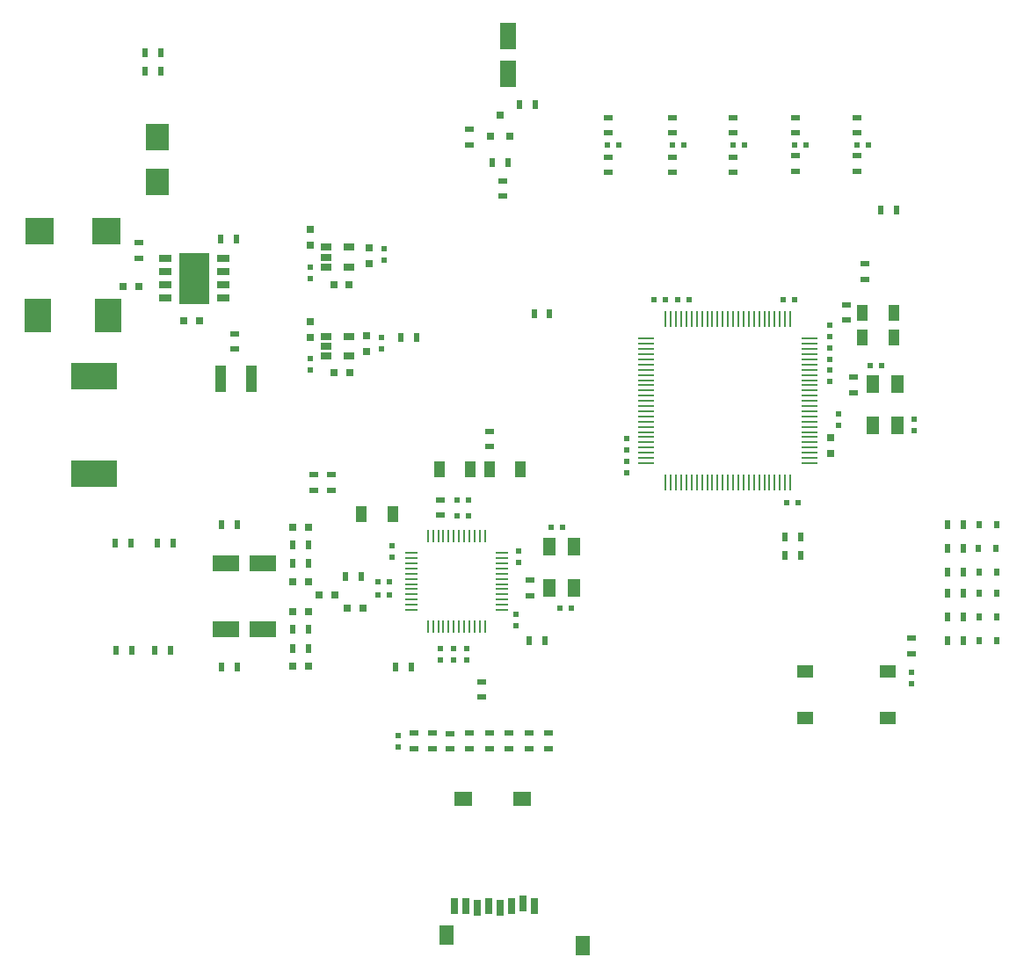
<source format=gtp>
G04 #@! TF.FileFunction,Paste,Top*
%FSLAX46Y46*%
G04 Gerber Fmt 4.6, Leading zero omitted, Abs format (unit mm)*
G04 Created by KiCad (PCBNEW 4.0.7-e2-6376~58~ubuntu16.04.1) date Mon Oct 23 20:06:01 2017*
%MOMM*%
%LPD*%
G01*
G04 APERTURE LIST*
%ADD10C,0.150000*%
%ADD11R,0.250000X1.300000*%
%ADD12R,1.300000X0.250000*%
%ADD13R,1.500000X0.280000*%
%ADD14R,0.280000X1.500000*%
%ADD15R,1.060000X0.650000*%
%ADD16R,0.800100X0.800100*%
%ADD17R,0.500000X0.600000*%
%ADD18R,0.600000X0.500000*%
%ADD19R,0.750000X0.800000*%
%ADD20R,0.800000X0.750000*%
%ADD21R,1.000000X1.600000*%
%ADD22R,4.500000X2.600000*%
%ADD23R,1.270000X0.635000*%
%ADD24R,2.940000X4.890000*%
%ADD25R,1.000000X2.500000*%
%ADD26R,2.499360X3.299460*%
%ADD27R,0.500000X0.900000*%
%ADD28R,0.900000X0.500000*%
%ADD29R,0.600000X0.800000*%
%ADD30R,2.301240X2.499360*%
%ADD31R,1.200000X1.800000*%
%ADD32R,1.399540X1.899920*%
%ADD33R,0.797560X1.498600*%
%ADD34R,1.798320X1.399540*%
%ADD35R,2.770000X2.550000*%
%ADD36R,1.550000X1.300000*%
%ADD37R,2.600000X1.600000*%
%ADD38R,1.600000X2.600000*%
G04 APERTURE END LIST*
D10*
D11*
X106065000Y-114040000D03*
X106565000Y-114040000D03*
X107065000Y-114040000D03*
X107565000Y-114040000D03*
X108065000Y-114040000D03*
X108565000Y-114040000D03*
X109065000Y-114040000D03*
X109565000Y-114040000D03*
X110065000Y-114040000D03*
X110565000Y-114040000D03*
X111065000Y-114040000D03*
X111565000Y-114040000D03*
D12*
X113165000Y-112440000D03*
X113165000Y-111940000D03*
X113165000Y-111440000D03*
X113165000Y-110940000D03*
X113165000Y-110440000D03*
X113165000Y-109940000D03*
X113165000Y-109440000D03*
X113165000Y-108940000D03*
X113165000Y-108440000D03*
X113165000Y-107940000D03*
X113165000Y-107440000D03*
X113165000Y-106940000D03*
D11*
X111565000Y-105340000D03*
X111065000Y-105340000D03*
X110565000Y-105340000D03*
X110065000Y-105340000D03*
X109565000Y-105340000D03*
X109065000Y-105340000D03*
X108565000Y-105340000D03*
X108065000Y-105340000D03*
X107565000Y-105340000D03*
X107065000Y-105340000D03*
X106565000Y-105340000D03*
X106065000Y-105340000D03*
D12*
X104465000Y-106940000D03*
X104465000Y-107440000D03*
X104465000Y-107940000D03*
X104465000Y-108440000D03*
X104465000Y-108940000D03*
X104465000Y-109440000D03*
X104465000Y-109940000D03*
X104465000Y-110440000D03*
X104465000Y-110940000D03*
X104465000Y-111440000D03*
X104465000Y-111940000D03*
X104465000Y-112440000D03*
D13*
X142877000Y-98291000D03*
X142877000Y-97791000D03*
X142877000Y-97291000D03*
X142877000Y-96791000D03*
X142877000Y-96291000D03*
X142877000Y-95791000D03*
X142877000Y-95291000D03*
X142877000Y-94791000D03*
X142877000Y-94291000D03*
X142877000Y-93791000D03*
X142877000Y-93291000D03*
X142877000Y-92791000D03*
X142877000Y-92291000D03*
X142877000Y-91791000D03*
X142877000Y-91291000D03*
X142877000Y-90791000D03*
X142877000Y-90291000D03*
X142877000Y-89791000D03*
X142877000Y-89291000D03*
X142877000Y-88791000D03*
X142877000Y-88291000D03*
X142877000Y-87791000D03*
X142877000Y-87291000D03*
X142877000Y-86791000D03*
X142877000Y-86291000D03*
D14*
X140977000Y-84391000D03*
X140477000Y-84391000D03*
X139977000Y-84391000D03*
X139477000Y-84391000D03*
X138977000Y-84391000D03*
X138477000Y-84391000D03*
X137977000Y-84391000D03*
X137477000Y-84391000D03*
X136977000Y-84391000D03*
X136477000Y-84391000D03*
X135977000Y-84391000D03*
X135477000Y-84391000D03*
X134977000Y-84391000D03*
X134477000Y-84391000D03*
X133977000Y-84391000D03*
X133477000Y-84391000D03*
X132977000Y-84391000D03*
X132477000Y-84391000D03*
X131977000Y-84391000D03*
X131477000Y-84391000D03*
X130977000Y-84391000D03*
X130477000Y-84391000D03*
X129977000Y-84391000D03*
X129477000Y-84391000D03*
X128977000Y-84391000D03*
D13*
X127077000Y-86291000D03*
X127077000Y-86791000D03*
X127077000Y-87291000D03*
X127077000Y-87791000D03*
X127077000Y-88291000D03*
X127077000Y-88791000D03*
X127077000Y-89291000D03*
X127077000Y-89791000D03*
X127077000Y-90291000D03*
X127077000Y-90791000D03*
X127077000Y-91291000D03*
X127077000Y-91791000D03*
X127077000Y-92291000D03*
X127077000Y-92791000D03*
X127077000Y-93291000D03*
X127077000Y-93791000D03*
X127077000Y-94291000D03*
X127077000Y-94791000D03*
X127077000Y-95291000D03*
X127077000Y-95791000D03*
X127077000Y-96291000D03*
X127077000Y-96791000D03*
X127077000Y-97291000D03*
X127077000Y-97791000D03*
X127077000Y-98291000D03*
D14*
X128977000Y-100191000D03*
X129477000Y-100191000D03*
X129977000Y-100191000D03*
X130477000Y-100191000D03*
X130977000Y-100191000D03*
X131477000Y-100191000D03*
X131977000Y-100191000D03*
X132477000Y-100191000D03*
X132977000Y-100191000D03*
X133477000Y-100191000D03*
X133977000Y-100191000D03*
X134477000Y-100191000D03*
X134977000Y-100191000D03*
X135477000Y-100191000D03*
X135977000Y-100191000D03*
X136477000Y-100191000D03*
X136977000Y-100191000D03*
X137477000Y-100191000D03*
X137977000Y-100191000D03*
X138477000Y-100191000D03*
X138977000Y-100191000D03*
X139477000Y-100191000D03*
X139977000Y-100191000D03*
X140477000Y-100191000D03*
X140977000Y-100191000D03*
D15*
X96300823Y-86102949D03*
X96300823Y-87052949D03*
X96300823Y-88002949D03*
X98500823Y-88002949D03*
X98500823Y-86102949D03*
X96285000Y-77498000D03*
X96285000Y-78448000D03*
X96285000Y-79398000D03*
X98485000Y-79398000D03*
X98485000Y-77498000D03*
D16*
X112080000Y-66786760D03*
X113980000Y-66786760D03*
X113030000Y-64787780D03*
D17*
X109831000Y-116125000D03*
X109831000Y-117225000D03*
X102592000Y-107319000D03*
X102592000Y-106219000D03*
X114530000Y-112823000D03*
X114530000Y-113923000D03*
X107291000Y-116125000D03*
X107291000Y-117225000D03*
D18*
X102380000Y-110960000D03*
X101280000Y-110960000D03*
D17*
X108561000Y-116125000D03*
X108561000Y-117225000D03*
D18*
X108900000Y-103340000D03*
X110000000Y-103340000D03*
X102380000Y-109690000D03*
X101280000Y-109690000D03*
X108900000Y-101816000D03*
X110000000Y-101816000D03*
D17*
X152884000Y-95127000D03*
X152884000Y-94027000D03*
D18*
X148651000Y-88862000D03*
X149751000Y-88862000D03*
X130109000Y-82512000D03*
X131209000Y-82512000D03*
D17*
X125198000Y-97032000D03*
X125198000Y-95932000D03*
X144756000Y-88269000D03*
X144756000Y-87169000D03*
X144756000Y-85010000D03*
X144756000Y-86110000D03*
D19*
X94733831Y-86151941D03*
X94733831Y-84651941D03*
X100194828Y-86048944D03*
X100194828Y-87548944D03*
X94718000Y-77293000D03*
X94718000Y-75793000D03*
D20*
X98504000Y-81115000D03*
X97004000Y-81115000D03*
D19*
X100433000Y-77571000D03*
X100433000Y-79071000D03*
D21*
X107188000Y-98895000D03*
X110188000Y-98895000D03*
X99695000Y-103213000D03*
X102695000Y-103213000D03*
X112014000Y-98895000D03*
X115014000Y-98895000D03*
D20*
X99786000Y-112230000D03*
X98286000Y-112230000D03*
D21*
X147955000Y-86195000D03*
X150955000Y-86195000D03*
X147955000Y-83782000D03*
X150955000Y-83782000D03*
D20*
X78196000Y-81242000D03*
X76696000Y-81242000D03*
X82538000Y-84544000D03*
X84038000Y-84544000D03*
D22*
X73890000Y-89878000D03*
X73890000Y-99278000D03*
D23*
X86324000Y-82385000D03*
X86324000Y-81115000D03*
X86324000Y-79845000D03*
X86324000Y-78575000D03*
X80736000Y-78575000D03*
X80736000Y-79845000D03*
X80736000Y-81115000D03*
X80736000Y-82385000D03*
D24*
X83530000Y-80480000D03*
D17*
X144756000Y-89328000D03*
X144756000Y-90428000D03*
D20*
X95619000Y-110960000D03*
X97119000Y-110960000D03*
X93079000Y-117818000D03*
X94579000Y-117818000D03*
X94579000Y-104483000D03*
X93079000Y-104483000D03*
D25*
X89106000Y-90132000D03*
X86106000Y-90132000D03*
D17*
X114784000Y-106727000D03*
X114784000Y-107827000D03*
D26*
X75259060Y-84036000D03*
X68456940Y-84036000D03*
D20*
X98531825Y-89592946D03*
X97031825Y-89592946D03*
D27*
X104993000Y-86195000D03*
X103493000Y-86195000D03*
D28*
X96750000Y-100915000D03*
X96750000Y-99415000D03*
X111990000Y-96724000D03*
X111990000Y-95224000D03*
D18*
X141750000Y-102070000D03*
X140650000Y-102070000D03*
D17*
X145645000Y-93519000D03*
X145645000Y-94619000D03*
X125198000Y-99191000D03*
X125198000Y-98091000D03*
D18*
X128923000Y-82512000D03*
X127823000Y-82512000D03*
X140269000Y-82512000D03*
X141369000Y-82512000D03*
D19*
X144883000Y-95859000D03*
X144883000Y-97359000D03*
D20*
X93079000Y-109690000D03*
X94579000Y-109690000D03*
X93079000Y-112611000D03*
X94579000Y-112611000D03*
D29*
X160846000Y-115414855D03*
X159146000Y-115414855D03*
X160846000Y-113119000D03*
X159146000Y-113119000D03*
X160846000Y-110833000D03*
X159146000Y-110833000D03*
X160846000Y-108810849D03*
X159146000Y-108810849D03*
X160807000Y-106515000D03*
X159107000Y-106515000D03*
X160846000Y-104238849D03*
X159146000Y-104238849D03*
D30*
X79986000Y-66901160D03*
X79986000Y-71198840D03*
D28*
X115927000Y-111075000D03*
X115927000Y-109575000D03*
D27*
X104485000Y-117945000D03*
X102985000Y-117945000D03*
D28*
X107291000Y-103328000D03*
X107291000Y-101828000D03*
X152630000Y-116663000D03*
X152630000Y-115163000D03*
D27*
X98159000Y-109182000D03*
X99659000Y-109182000D03*
X94579000Y-116167000D03*
X93079000Y-116167000D03*
X93079000Y-106134000D03*
X94579000Y-106134000D03*
X157628296Y-115414853D03*
X156128296Y-115414853D03*
X157628298Y-113128858D03*
X156128298Y-113128858D03*
X157628302Y-110842849D03*
X156128302Y-110842849D03*
X157628296Y-108810852D03*
X156128296Y-108810852D03*
X157628296Y-106524853D03*
X156128296Y-106524853D03*
X157628293Y-104238855D03*
X156128293Y-104238855D03*
D28*
X123420000Y-70308000D03*
X123420000Y-68808000D03*
X129643000Y-70308000D03*
X129643000Y-68808000D03*
X115800000Y-124307000D03*
X115800000Y-125807000D03*
X135485000Y-70308000D03*
X135485000Y-68808000D03*
X117705000Y-124307000D03*
X117705000Y-125807000D03*
X108180000Y-124345000D03*
X108180000Y-125845000D03*
X111990000Y-124307000D03*
X111990000Y-125807000D03*
X110085000Y-124307000D03*
X110085000Y-125807000D03*
X113895000Y-124307000D03*
X113895000Y-125807000D03*
X141454000Y-70181000D03*
X141454000Y-68681000D03*
X147423000Y-70181000D03*
X147423000Y-68681000D03*
D27*
X114923000Y-63716000D03*
X116423000Y-63716000D03*
X140450000Y-105372000D03*
X141950000Y-105372000D03*
D28*
X147042000Y-91517000D03*
X147042000Y-90017000D03*
D27*
X140450000Y-107150000D03*
X141950000Y-107150000D03*
D28*
X146407000Y-84532000D03*
X146407000Y-83032000D03*
X106529000Y-125807000D03*
X106529000Y-124307000D03*
D27*
X112280000Y-69342000D03*
X113780000Y-69342000D03*
D28*
X87479000Y-85826000D03*
X87479000Y-87326000D03*
D27*
X87594000Y-76670000D03*
X86094000Y-76670000D03*
D28*
X78208000Y-77063000D03*
X78208000Y-78563000D03*
D27*
X117808000Y-83909000D03*
X116308000Y-83909000D03*
X93079000Y-107912000D03*
X94579000Y-107912000D03*
X93079000Y-114262000D03*
X94579000Y-114262000D03*
X87721000Y-104229000D03*
X86221000Y-104229000D03*
X87721000Y-117945000D03*
X86221000Y-117945000D03*
X78855000Y-60541000D03*
X80355000Y-60541000D03*
X78855000Y-58763000D03*
X80355000Y-58763000D03*
D28*
X110085000Y-66141000D03*
X110085000Y-67641000D03*
X113260000Y-71094000D03*
X113260000Y-72594000D03*
D27*
X149721000Y-73876000D03*
X151221000Y-73876000D03*
D28*
X111228000Y-119354000D03*
X111228000Y-120854000D03*
D31*
X120175000Y-106293000D03*
X120175000Y-110293000D03*
X117775000Y-110293000D03*
X117775000Y-106293000D03*
X151290000Y-90672000D03*
X151290000Y-94672000D03*
X148890000Y-94672000D03*
X148890000Y-90672000D03*
D18*
X123378000Y-67653000D03*
X124478000Y-67653000D03*
X129601000Y-67653000D03*
X130701000Y-67653000D03*
X135443000Y-67653000D03*
X136543000Y-67653000D03*
X141412000Y-67653000D03*
X142512000Y-67653000D03*
D17*
X103227000Y-124507000D03*
X103227000Y-125607000D03*
D18*
X147381000Y-67653000D03*
X148481000Y-67653000D03*
D28*
X123420000Y-64986000D03*
X123420000Y-66486000D03*
X129643000Y-64998000D03*
X129643000Y-66498000D03*
X135485000Y-64998000D03*
X135485000Y-66498000D03*
X141454000Y-64998000D03*
X141454000Y-66498000D03*
X104751000Y-125807000D03*
X104751000Y-124307000D03*
X147423000Y-64998000D03*
X147423000Y-66498000D03*
D32*
X120996840Y-144792800D03*
X107849800Y-143792040D03*
D33*
X116348640Y-140942160D03*
X115248820Y-140741500D03*
X114151540Y-140942160D03*
X113051720Y-141142820D03*
X111951900Y-140942160D03*
X110849540Y-141142820D03*
X109749720Y-140942160D03*
X108649900Y-140942160D03*
D34*
X109450000Y-130645000D03*
X115147220Y-130645000D03*
D27*
X115812000Y-115405000D03*
X117312000Y-115405000D03*
D28*
X95099000Y-100915000D03*
X95099000Y-99415000D03*
D17*
X94718000Y-79422000D03*
X94718000Y-80522000D03*
X101830000Y-77644000D03*
X101830000Y-78744000D03*
X94718000Y-88185000D03*
X94718000Y-89285000D03*
X101576000Y-86153000D03*
X101576000Y-87253000D03*
D35*
X75078000Y-75908000D03*
X68638000Y-75908000D03*
D17*
X152630000Y-118411000D03*
X152630000Y-119511000D03*
D36*
X142432000Y-122862000D03*
X142432000Y-118362000D03*
X150382000Y-118362000D03*
X150382000Y-122862000D03*
D27*
X79744000Y-116294000D03*
X81244000Y-116294000D03*
X81498000Y-106007000D03*
X79998000Y-106007000D03*
X76061000Y-116294000D03*
X77561000Y-116294000D03*
X77434000Y-106007000D03*
X75934000Y-106007000D03*
D18*
X117917000Y-104483000D03*
X119017000Y-104483000D03*
X119906000Y-112230000D03*
X118806000Y-112230000D03*
D37*
X90209000Y-107912000D03*
X86609000Y-107912000D03*
X90209000Y-114262000D03*
X86609000Y-114262000D03*
D38*
X113792000Y-57168000D03*
X113792000Y-60768000D03*
D28*
X148185000Y-79095000D03*
X148185000Y-80595000D03*
M02*

</source>
